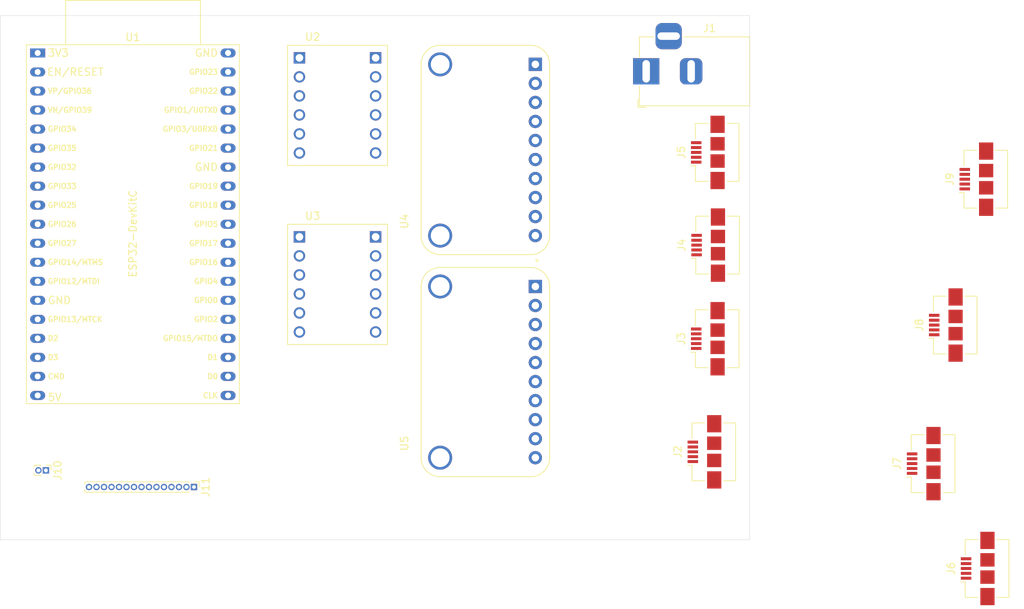
<source format=kicad_pcb>
(kicad_pcb (version 20240108) (generator "pcbnew") (generator_version "8.0")
  (layers (0 "F.Cu" signal) (31 "B.Cu" signal) (34 "B.Paste" user) (35 "F.Paste" user) (36 "B.SilkS" user "B.Silkscreen") (37 "F.SilkS" user "F.Silkscreen") (38 "B.Mask" user) (39 "F.Mask" user) (44 "Edge.Cuts" user))
  (net 0 "")
  (net 3 "/4")
  (net 4 "/GND")
  (net 6 "/9")
  (net 8 "/14")
  (net 12 "/10")
  (net 13 "/13")
  (net 14 "/1")
  (net 16 "/2")
  (net 19 "/6")
  (net 20 "/5")
  (net 22 "/11")
  (net 26 "/12")
  (net 27 "/3")
  (net 28 "/SETUP_MODE_BUTTON")
  (net 31 "/SDA")
  (net 32 "/7")
  (net 33 "/8")
  (net 34 "/SCL")
  (net 35 "/ADDR1_H")
  (net 37 "/5V")
  (net 38 "/3V3")
  (net 39 "/~{EN0}")
  (net 40 "/A0")
  (net 41 "/~{EN1}")
  (net 43 "/A1")
  (net 45 "/~{EN2}")
  (net 46 "/A2")
  (net 48 "/A3")
  (net 49 "/~{EN3}")
  (net 50 "/A4")
  (net 51 "/~{EN4}")
  (net 54 "/~{EN6}")
  (net 55 "/A6")
  (net 57 "/A5")
  (net 58 "/~{EN5}")
  (net 60 "/A7")
  (net 61 "/~{EN7}")
  (net 62 "/ALRT2_H")
  (net 63 "/ALRT1")
  (net 64 "/ALRT1_H")
  (net 65 "/ADDR2_H")
  (net 66 "/ADDR1")
  (net 67 "/ADDR2")
  (net 68 "/ALRT2")
  (net 71 "/SDA_H")
  (net 72 "/SCL_H")
  (net 75 "/15")
  (footprint "BOB-12009:CONV_BOB-12009" (layer "F.Cu") (at 70 60.9)
    (property "Reference" "U3" (at -3.325 -9.135 0) (layer "F.SilkS"))
    (property "Value" "BOB-12009")
    (fp_line (start -6.665 -8.025) (end 6.665 -8.025) (stroke (width 0.127)) (layer "F.SilkS"))
    (fp_line (start -6.665 8.025) (end -6.665 -8.025) (stroke (width 0.127)) (layer "F.SilkS"))
    (fp_line (start 6.665 -8.025) (end 6.665 8.025) (stroke (width 0.127)) (layer "F.SilkS"))
    (fp_line (start 6.665 8.025) (end -6.665 8.025) (stroke (width 0.127)) (layer "F.SilkS"))
    (pad "GND_1" thru_hole circle (at 5.08 1.27) (size 1.524 1.524) (drill 1.016) (layers "*.Cu" "*.Mask") (net 4 "/GND"))
    (pad "GND_2" thru_hole circle (at -5.08 1.27) (size 1.524 1.524) (drill 1.016) (layers "*.Cu" "*.Mask") (net 4 "/GND"))
    (pad "HV" thru_hole circle (at 5.08 -1.27) (size 1.524 1.524) (drill 1.016) (layers "*.Cu" "*.Mask") (net 37 "/5V"))
    (pad "HV1" thru_hole rect (at 5.08 -6.35) (size 1.524 1.524) (drill 1.016) (layers "*.Cu" "*.Mask") (net 71 "/SDA_H"))
    (pad "HV2" thru_hole circle (at 5.08 -3.81) (size 1.524 1.524) (drill 1.016) (layers "*.Cu" "*.Mask") (net 72 "/SCL_H"))
    (pad "HV3" thru_hole circle (at 5.08 3.81) (size 1.524 1.524) (drill 1.016) (layers "*.Cu" "*.Mask") (net 62 "/ALRT2_H"))
    (pad "HV4" thru_hole circle (at 5.08 6.35) (size 1.524 1.524) (drill 1.016) (layers "*.Cu" "*.Mask") (net 65 "/ADDR2_H"))
    (pad "LV" thru_hole circle (at -5.08 -1.27) (size 1.524 1.524) (drill 1.016) (layers "*.Cu" "*.Mask") (net 38 "/3V3"))
    (pad "LV1" thru_hole rect (at -5.08 -6.35) (size 1.524 1.524) (drill 1.016) (layers "*.Cu" "*.Mask") (net 31 "/SDA"))
    (pad "LV2" thru_hole circle (at -5.08 -3.81) (size 1.524 1.524) (drill 1.016) (layers "*.Cu" "*.Mask") (net 34 "/SCL"))
    (pad "LV3" thru_hole circle (at -5.08 3.81) (size 1.524 1.524) (drill 1.016) (layers "*.Cu" "*.Mask") (net 68 "/ALRT2"))
    (pad "LV4" thru_hole circle (at -5.08 6.35) (size 1.524 1.524) (drill 1.016) (layers "*.Cu" "*.Mask") (net 67 "/ADDR2"))
  )
  (footprint "Connector_USB:USB_Micro-B_Amphenol_10104110_Horizontal" (layer "F.Cu") (at 119.45 55.65 90)
    (property "Reference" "J4" (at 0 -3.55 90) (layer "F.SilkS"))
    (property "Value" "USB_B_Micro")
    (fp_line (start 3.86 -1.66) (end 1.8 -1.66) (stroke (width 0.12)) (layer "F.SilkS"))
    (fp_line (start -1.8 -1.66) (end -1.8 -2.25) (stroke (width 0.12)) (layer "F.SilkS"))
    (fp_line (start -3.86 -1.66) (end -1.8 -1.66) (stroke (width 0.12)) (layer "F.SilkS"))
    (fp_line (start 3.86 0.05) (end 3.86 -1.66) (stroke (width 0.12)) (layer "F.SilkS"))
    (fp_line (start -3.86 0.05) (end -3.86 -1.66) (stroke (width 0.12)) (layer "F.SilkS"))
    (fp_line (start 3.86 4.16) (end 3.86 2.55) (stroke (width 0.12)) (layer "F.SilkS"))
    (fp_line (start -3.86 4.16) (end -3.86 2.55) (stroke (width 0.12)) (layer "F.SilkS"))
    (fp_line (start -3.86 4.16) (end 3.86 4.16) (stroke (width 0.12)) (layer "F.SilkS"))
    (pad "1" smd rect (at -1.3 -1.55 90) (size 0.4 1.4) (layers "F.Cu" "F.Paste" "F.Mask") (net 38 "/3V3"))
    (pad "2" smd rect (at -0.65 -1.55 90) (size 0.4 1.4) (layers "F.Cu" "F.Paste" "F.Mask") (net 37 "/5V"))
    (pad "3" smd rect (at 0 -1.55 90) (size 0.4 1.4) (layers "F.Cu" "F.Paste" "F.Mask") (net 46 "/A2"))
    (pad "4" smd rect (at 0.65 -1.55 90) (size 0.4 1.4) (layers "F.Cu" "F.Paste" "F.Mask") (net 45 "/~{EN2}"))
    (pad "5" smd rect (at 1.3 -1.55 90) (size 0.4 1.4) (layers "F.Cu" "F.Paste" "F.Mask") (net 4 "/GND"))
    (pad "6" smd rect (at -3.75 1.3 90) (size 2.3 1.9) (layers "F.Cu" "F.Paste" "F.Mask"))
    (pad "6" smd rect (at -1.15 1.3 90) (size 1.8 1.9) (layers "F.Cu" "F.Paste" "F.Mask"))
    (pad "6" smd rect (at 1.15 1.3 90) (size 1.8 1.9) (layers "F.Cu" "F.Paste" "F.Mask"))
    (pad "6" smd rect (at 3.75 1.3 90) (size 2.3 1.9) (layers "F.Cu" "F.Paste" "F.Mask"))
  )
  (footprint "Connector_USB:USB_Micro-B_Amphenol_10104110_Horizontal" (layer "F.Cu") (at 151.15 66.325 90)
    (property "Reference" "J8" (at 0 -3.55 90) (layer "F.SilkS"))
    (property "Value" "USB_B_Micro")
    (fp_line (start 3.86 -1.66) (end 1.8 -1.66) (stroke (width 0.12)) (layer "F.SilkS"))
    (fp_line (start -1.8 -1.66) (end -1.8 -2.25) (stroke (width 0.12)) (layer "F.SilkS"))
    (fp_line (start -3.86 -1.66) (end -1.8 -1.66) (stroke (width 0.12)) (layer "F.SilkS"))
    (fp_line (start 3.86 0.05) (end 3.86 -1.66) (stroke (width 0.12)) (layer "F.SilkS"))
    (fp_line (start -3.86 0.05) (end -3.86 -1.66) (stroke (width 0.12)) (layer "F.SilkS"))
    (fp_line (start 3.86 4.16) (end 3.86 2.55) (stroke (width 0.12)) (layer "F.SilkS"))
    (fp_line (start -3.86 4.16) (end -3.86 2.55) (stroke (width 0.12)) (layer "F.SilkS"))
    (fp_line (start -3.86 4.16) (end 3.86 4.16) (stroke (width 0.12)) (layer "F.SilkS"))
    (pad "1" smd rect (at -1.3 -1.55 90) (size 0.4 1.4) (layers "F.Cu" "F.Paste" "F.Mask") (net 38 "/3V3"))
    (pad "2" smd rect (at -0.65 -1.55 90) (size 0.4 1.4) (layers "F.Cu" "F.Paste" "F.Mask") (net 37 "/5V"))
    (pad "3" smd rect (at 0 -1.55 90) (size 0.4 1.4) (layers "F.Cu" "F.Paste" "F.Mask") (net 55 "/A6"))
    (pad "4" smd rect (at 0.65 -1.55 90) (size 0.4 1.4) (layers "F.Cu" "F.Paste" "F.Mask") (net 54 "/~{EN6}"))
    (pad "5" smd rect (at 1.3 -1.55 90) (size 0.4 1.4) (layers "F.Cu" "F.Paste" "F.Mask") (net 4 "/GND"))
    (pad "6" smd rect (at -3.75 1.3 90) (size 2.3 1.9) (layers "F.Cu" "F.Paste" "F.Mask"))
    (pad "6" smd rect (at -1.15 1.3 90) (size 1.8 1.9) (layers "F.Cu" "F.Paste" "F.Mask"))
    (pad "6" smd rect (at 1.15 1.3 90) (size 1.8 1.9) (layers "F.Cu" "F.Paste" "F.Mask"))
    (pad "6" smd rect (at 3.75 1.3 90) (size 2.3 1.9) (layers "F.Cu" "F.Paste" "F.Mask"))
  )
  (footprint "Connector_USB:USB_Micro-B_Amphenol_10104110_Horizontal" (layer "F.Cu") (at 155.225 46.85 90)
    (property "Reference" "J9" (at 0 -3.55 90) (layer "F.SilkS"))
    (property "Value" "USB_B_Micro")
    (fp_line (start 3.86 -1.66) (end 1.8 -1.66) (stroke (width 0.12)) (layer "F.SilkS"))
    (fp_line (start -1.8 -1.66) (end -1.8 -2.25) (stroke (width 0.12)) (layer "F.SilkS"))
    (fp_line (start -3.86 -1.66) (end -1.8 -1.66) (stroke (width 0.12)) (layer "F.SilkS"))
    (fp_line (start 3.86 0.05) (end 3.86 -1.66) (stroke (width 0.12)) (layer "F.SilkS"))
    (fp_line (start -3.86 0.05) (end -3.86 -1.66) (stroke (width 0.12)) (layer "F.SilkS"))
    (fp_line (start 3.86 4.16) (end 3.86 2.55) (stroke (width 0.12)) (layer "F.SilkS"))
    (fp_line (start -3.86 4.16) (end -3.86 2.55) (stroke (width 0.12)) (layer "F.SilkS"))
    (fp_line (start -3.86 4.16) (end 3.86 4.16) (stroke (width 0.12)) (layer "F.SilkS"))
    (pad "1" smd rect (at -1.3 -1.55 90) (size 0.4 1.4) (layers "F.Cu" "F.Paste" "F.Mask") (net 38 "/3V3"))
    (pad "2" smd rect (at -0.65 -1.55 90) (size 0.4 1.4) (layers "F.Cu" "F.Paste" "F.Mask") (net 37 "/5V"))
    (pad "3" smd rect (at 0 -1.55 90) (size 0.4 1.4) (layers "F.Cu" "F.Paste" "F.Mask") (net 60 "/A7"))
    (pad "4" smd rect (at 0.65 -1.55 90) (size 0.4 1.4) (layers "F.Cu" "F.Paste" "F.Mask") (net 61 "/~{EN7}"))
    (pad "5" smd rect (at 1.3 -1.55 90) (size 0.4 1.4) (layers "F.Cu" "F.Paste" "F.Mask") (net 4 "/GND"))
    (pad "6" smd rect (at -3.75 1.3 90) (size 2.3 1.9) (layers "F.Cu" "F.Paste" "F.Mask"))
    (pad "6" smd rect (at -1.15 1.3 90) (size 1.8 1.9) (layers "F.Cu" "F.Paste" "F.Mask"))
    (pad "6" smd rect (at 1.15 1.3 90) (size 1.8 1.9) (layers "F.Cu" "F.Paste" "F.Mask"))
    (pad "6" smd rect (at 3.75 1.3 90) (size 2.3 1.9) (layers "F.Cu" "F.Paste" "F.Mask"))
  )
  (footprint "Connector_USB:USB_Micro-B_Amphenol_10104110_Horizontal" (layer "F.Cu") (at 118.95 83.25 90)
    (property "Reference" "J2" (at 0 -3.55 90) (layer "F.SilkS"))
    (property "Value" "USB_B_Micro")
    (fp_line (start 3.86 -1.66) (end 1.8 -1.66) (stroke (width 0.12)) (layer "F.SilkS"))
    (fp_line (start -1.8 -1.66) (end -1.8 -2.25) (stroke (width 0.12)) (layer "F.SilkS"))
    (fp_line (start -3.86 -1.66) (end -1.8 -1.66) (stroke (width 0.12)) (layer "F.SilkS"))
    (fp_line (start 3.86 0.05) (end 3.86 -1.66) (stroke (width 0.12)) (layer "F.SilkS"))
    (fp_line (start -3.86 0.05) (end -3.86 -1.66) (stroke (width 0.12)) (layer "F.SilkS"))
    (fp_line (start 3.86 4.16) (end 3.86 2.55) (stroke (width 0.12)) (layer "F.SilkS"))
    (fp_line (start -3.86 4.16) (end -3.86 2.55) (stroke (width 0.12)) (layer "F.SilkS"))
    (fp_line (start -3.86 4.16) (end 3.86 4.16) (stroke (width 0.12)) (layer "F.SilkS"))
    (pad "1" smd rect (at -1.3 -1.55 90) (size 0.4 1.4) (layers "F.Cu" "F.Paste" "F.Mask") (net 38 "/3V3"))
    (pad "2" smd rect (at -0.65 -1.55 90) (size 0.4 1.4) (layers "F.Cu" "F.Paste" "F.Mask") (net 37 "/5V"))
    (pad "3" smd rect (at 0 -1.55 90) (size 0.4 1.4) (layers "F.Cu" "F.Paste" "F.Mask") (net 40 "/A0"))
    (pad "4" smd rect (at 0.65 -1.55 90) (size 0.4 1.4) (layers "F.Cu" "F.Paste" "F.Mask") (net 39 "/~{EN0}"))
    (pad "5" smd rect (at 1.3 -1.55 90) (size 0.4 1.4) (layers "F.Cu" "F.Paste" "F.Mask") (net 4 "/GND"))
    (pad "6" smd rect (at -3.75 1.3 90) (size 2.3 1.9) (layers "F.Cu" "F.Paste" "F.Mask"))
    (pad "6" smd rect (at -1.15 1.3 90) (size 1.8 1.9) (layers "F.Cu" "F.Paste" "F.Mask"))
    (pad "6" smd rect (at 1.15 1.3 90) (size 1.8 1.9) (layers "F.Cu" "F.Paste" "F.Mask"))
    (pad "6" smd rect (at 3.75 1.3 90) (size 2.3 1.9) (layers "F.Cu" "F.Paste" "F.Mask"))
  )
  (footprint "Connector_USB:USB_Micro-B_Amphenol_10104110_Horizontal" (layer "F.Cu") (at 155.4 98.825 90)
    (property "Reference" "J6" (at 0 -3.55 90) (layer "F.SilkS"))
    (property "Value" "USB_B_Micro")
    (fp_line (start 3.86 -1.66) (end 1.8 -1.66) (stroke (width 0.12)) (layer "F.SilkS"))
    (fp_line (start -1.8 -1.66) (end -1.8 -2.25) (stroke (width 0.12)) (layer "F.SilkS"))
    (fp_line (start -3.86 -1.66) (end -1.8 -1.66) (stroke (width 0.12)) (layer "F.SilkS"))
    (fp_line (start 3.86 0.05) (end 3.86 -1.66) (stroke (width 0.12)) (layer "F.SilkS"))
    (fp_line (start -3.86 0.05) (end -3.86 -1.66) (stroke (width 0.12)) (layer "F.SilkS"))
    (fp_line (start 3.86 4.16) (end 3.86 2.55) (stroke (width 0.12)) (layer "F.SilkS"))
    (fp_line (start -3.86 4.16) (end -3.86 2.55) (stroke (width 0.12)) (layer "F.SilkS"))
    (fp_line (start -3.86 4.16) (end 3.86 4.16) (stroke (width 0.12)) (layer "F.SilkS"))
    (pad "1" smd rect (at -1.3 -1.55 90) (size 0.4 1.4) (layers "F.Cu" "F.Paste" "F.Mask") (net 38 "/3V3"))
    (pad "2" smd rect (at -0.65 -1.55 90) (size 0.4 1.4) (layers "F.Cu" "F.Paste" "F.Mask") (net 37 "/5V"))
    (pad "3" smd rect (at 0 -1.55 90) (size 0.4 1.4) (layers "F.Cu" "F.Paste" "F.Mask") (net 50 "/A4"))
    (pad "4" smd rect (at 0.65 -1.55 90) (size 0.4 1.4) (layers "F.Cu" "F.Paste" "F.Mask") (net 51 "/~{EN4}"))
    (pad "5" smd rect (at 1.3 -1.55 90) (size 0.4 1.4) (layers "F.Cu" "F.Paste" "F.Mask") (net 4 "/GND"))
    (pad "6" smd rect (at -3.75 1.3 90) (size 2.3 1.9) (layers "F.Cu" "F.Paste" "F.Mask"))
    (pad "6" smd rect (at -1.15 1.3 90) (size 1.8 1.9) (layers "F.Cu" "F.Paste" "F.Mask"))
    (pad "6" smd rect (at 1.15 1.3 90) (size 1.8 1.9) (layers "F.Cu" "F.Paste" "F.Mask"))
    (pad "6" smd rect (at 3.75 1.3 90) (size 2.3 1.9) (layers "F.Cu" "F.Paste" "F.Mask"))
  )
  (footprint "PCM_Espressif:ESP32-DevKitC" (layer "F.Cu") (at 30 30)
    (property "Reference" "U1" (at 12.7 -2.1 0) (layer "F.SilkS"))
    (property "Value" "ESP32-DevKitC" (at 12.7 24.13 90) (layer "F.SilkS"))
    (fp_line (start -1.5 46.82) (end 26.899999 46.82) (stroke (width 0.12)) (layer "F.SilkS"))
    (fp_line (start -1.499999 -1.1) (end -1.5 46.82) (stroke (width 0.12)) (layer "F.SilkS"))
    (fp_line (start 3.73012 -7.01312) (end 21.71332 -7.01312) (stroke (width 0.12)) (layer "F.SilkS"))
    (fp_line (start 3.73012 -1.12032) (end 3.73012 -7.01312) (stroke (width 0.12)) (layer "F.SilkS"))
    (fp_line (start 21.71332 -7.01312) (end 21.71332 -1.12032) (stroke (width 0.12)) (layer "F.SilkS"))
    (fp_line (start 26.899999 46.82) (end 26.9 -1.1) (stroke (width 0.12)) (layer "F.SilkS"))
    (fp_line (start 26.9 -1.1) (end -1.499999 -1.1) (stroke (width 0.12)) (layer "F.SilkS"))
    (fp_text user "D1" (at 24.13 40.64 0) (layer "F.SilkS") (effects (font (size 0.7 0.7)) (justify right)))
    (fp_text user "EN/RESET" (at 8.88632 2.53728 0) (layer "F.SilkS") (effects (justify right)))
    (fp_text user "GPIO18" (at 24.13 20.32 0) (layer "F.SilkS") (effects (font (size 0.7 0.7)) (justify right)))
    (fp_text user "GND" (at 1.27 33.02 0) (layer "F.SilkS") (effects (justify left)))
    (fp_text user "GPIO5" (at 24.13 22.86 0) (layer "F.SilkS") (effects (font (size 0.7 0.7)) (justify right)))
    (fp_text user "GPIO26" (at 1.27 22.86 0) (layer "F.SilkS") (effects (font (size 0.7 0.7)) (justify left)))
    (fp_text user "VN/GPIO39" (at 1.27 7.62 0) (layer "F.SilkS") (effects (font (size 0.7 0.7)) (justify left)))
    (fp_text user "GPIO27" (at 1.27 25.4 0) (layer "F.SilkS") (effects (font (size 0.7 0.7)) (justify left)))
    (fp_text user "VP/GPIO36" (at 1.27 5.08 0) (layer "F.SilkS") (effects (font (size 0.7 0.7)) (justify left)))
    (fp_text user "GPIO0" (at 24.13 33.02 0) (layer "F.SilkS") (effects (font (size 0.7 0.7)) (justify right)))
    (fp_text user "GPIO25" (at 1.27 20.32 0) (layer "F.SilkS") (effects (font (size 0.7 0.7)) (justify left)))
    (fp_text user "GPIO22" (at 24.13 5.08 0) (layer "F.SilkS") (effects (font (size 0.7 0.7)) (justify right)))
    (fp_text user "GPIO1/U0TXD" (at 24.13 7.62 0) (layer "F.SilkS") (effects (font (size 0.7 0.7)) (justify right)))
    (fp_text user "GPIO14/MTMS" (at 1.27 27.94 0) (layer "F.SilkS") (effects (font (size 0.7 0.7)) (justify left)))
    (fp_text user "3V3" (at 1.27 0 0) (layer "F.SilkS") (effects (justify left)))
    (fp_text user "GND" (at 24.13 15.24 0) (layer "F.SilkS") (effects (justify right)))
    (fp_text user "GPIO35" (at 1.27 12.7 0) (layer "F.SilkS") (effects (font (size 0.7 0.7)) (justify left)))
    (fp_text user "GPIO2" (at 24.13 35.56 0) (layer "F.SilkS") (effects (font (size 0.7 0.7)) (justify right)))
    (fp_text user "5V" (at 1.26632 45.97128 0) (layer "F.SilkS") (effects (justify left)))
    (fp_text user "GPIO21" (at 24.13 12.7 0) (layer "F.SilkS") (effects (font (size 0.7 0.7)) (justify right)))
    (fp_text user "GPIO3/U0RXD" (at 24.13 10.16 0) (layer "F.SilkS") (effects (font (size 0.7 0.7)) (justify right)))
    (fp_text user "GPIO12/MTDI" (at 1.27 30.48 0) (layer "F.SilkS") (effects (font (size 0.7 0.7)) (justify left)))
    (fp_text user "GND" (at 24.13 0 0) (layer "F.SilkS") (effects (justify right)))
    (fp_text user "GPIO32" (at 1.27 15.24 0) (layer "F.SilkS") (effects (font (size 0.7 0.7)) (justify left)))
    (fp_text user "CMD" (at 1.27 43.18 0) (layer "F.SilkS") (effects (font (size 0.7 0.7)) (justify left)))
    (fp_text user "D2" (at 1.27 38.1 0) (layer "F.SilkS") (effects (font (size 0.7 0.7)) (justify left)))
    (fp_text user "GPIO34" (at 1.27 10.16 0) (layer "F.SilkS") (effects (font (size 0.7 0.7)) (justify left)))
    (fp_text user "GPIO19" (at 24.13 17.78 0) (layer "F.SilkS") (effects (font (size 0.7 0.7)) (justify right)))
    (fp_text user "GPIO16" (at 24.13 27.94 0) (layer "F.SilkS") (effects (font (size 0.7 0.7)) (justify right)))
    (fp_text user "CLK" (at 24.13 45.72 0) (layer "F.SilkS") (effects (font (size 0.7 0.7)) (justify right)))
    (fp_text user "D0" (at 24.13 43.18 0) (layer "F.SilkS") (effects (font (size 0.7 0.7)) (justify right)))
    (fp_text user "D3" (at 1.27 40.64 0) (layer "F.SilkS") (effects (font (size 0.7 0.7)) (justify left)))
    (fp_text user "GPIO17" (at 24.13 25.4 0) (layer "F.SilkS") (effects (font (size 0.7 0.7)) (justify right)))
    (fp_text user "GPIO15/MTDO" (at 24.13 38.1 0) (layer "F.SilkS") (effects (font (size 0.7 0.7)) (justify right)))
    (fp_text user "GPIO33" (at 1.27 17.78 0) (layer "F.SilkS") (effects (font (size 0.7 0.7)) (justify left)))
    (fp_text user "GPIO13/MTCK" (at 1.27 35.56 0) (layer "F.SilkS") (effects (font (size 0.7 0.7)) (justify left)))
    (fp_text user "GPIO23" (at 24.13 2.54 0) (layer "F.SilkS") (effects (font (size 0.7 0.7)) (justify right)))
    (fp_text user "GPIO4" (at 24.13 30.48 0) (layer "F.SilkS") (effects (font (size 0.7 0.7)) (justify right)))
    (pad "1" thru_hole rect (at 0 0 270) (size 1.2 2) (drill 0.8) (layers "*.Cu" "*.Mask") (net 38 "/3V3"))
    (pad "2" thru_hole oval (at 0 2.54 270) (size 1.2 2) (drill 0.8) (layers "*.Cu" "*.Mask"))
    (pad "3" thru_hole oval (at 0 5.08 270) (size 1.2 2) (drill 0.8) (layers "*.Cu" "*.Mask"))
    (pad "4" thru_hole oval (at 0 7.62 270) (size 1.2 2) (drill 0.8) (layers "*.Cu" "*.Mask"))
    (pad "5" thru_hole oval (at 0 10.16 270) (size 1.2 2) (drill 0.8) (layers "*.Cu" "*.Mask"))
    (pad "6" thru_hole oval (at 0 12.7 270) (size 1.2 2) (drill 0.8) (layers "*.Cu" "*.Mask"))
    (pad "7" thru_hole oval (at 0 15.24 270) (size 1.2 2) (drill 0.8) (layers "*.Cu" "*.Mask") (net 14 "/1"))
    (pad "8" thru_hole oval (at 0 17.78 270) (size 1.2 2) (drill 0.8) (layers "*.Cu" "*.Mask") (net 16 "/2"))
    (pad "9" thru_hole oval (at 0 20.32 270) (size 1.2 2) (drill 0.8) (layers "*.Cu" "*.Mask") (net 22 "/11"))
    (pad "10" thru_hole oval (at 0 22.86 270) (size 1.2 2) (drill 0.8) (layers "*.Cu" "*.Mask") (net 26 "/12"))
    (pad "11" thru_hole oval (at 0 25.4 270) (size 1.2 2) (drill 0.8) (layers "*.Cu" "*.Mask") (net 13 "/13"))
    (pad "12" thru_hole oval (at 0 27.94 270) (size 1.2 2) (drill 0.8) (layers "*.Cu" "*.Mask") (net 20 "/5"))
    (pad "13" thru_hole oval (at 0 30.48 270) (size 1.2 2) (drill 0.8) (layers "*.Cu" "*.Mask") (net 27 "/3"))
    (pad "14" thru_hole oval (at 0 33.02 270) (size 1.2 2) (drill 0.8) (layers "*.Cu" "*.Mask") (net 4 "/GND"))
    (pad "15" thru_hole oval (at 0 35.56 270) (size 1.2 2) (drill 0.8) (layers "*.Cu" "*.Mask") (net 3 "/4"))
    (pad "16" thru_hole oval (at 0 38.1 270) (size 1.2 2) (drill 0.8) (layers "*.Cu" "*.Mask"))
    (pad "17" thru_hole oval (at 0 40.64 270) (size 1.2 2) (drill 0.8) (layers "*.Cu" "*.Mask"))
    (pad "18" thru_hole oval (at 0 43.18 270) (size 1.2 2) (drill 0.8) (layers "*.Cu" "*.Mask"))
    (pad "19" thru_hole oval (at 0 45.72 270) (size 1.2 2) (drill 0.8) (layers "*.Cu" "*.Mask") (net 37 "/5V"))
    (pad "20" thru_hole oval (at 25.39632 45.71728 270) (size 1.2 2) (drill 0.8) (layers "*.Cu" "*.Mask"))
    (pad "21" thru_hole oval (at 25.39632 43.17728 270) (size 1.2 2) (drill 0.8) (layers "*.Cu" "*.Mask"))
    (pad "22" thru_hole oval (at 25.4 40.64 270) (size 1.2 2) (drill 0.8) (layers "*.Cu" "*.Mask"))
    (pad "23" thru_hole oval (at 25.4 38.1 270) (size 1.2 2) (drill 0.8) (layers "*.Cu" "*.Mask"))
    (pad "24" thru_hole oval (at 25.4 35.56 270) (size 1.2 2) (drill 0.8) (layers "*.Cu" "*.Mask"))
    (pad "25" thru_hole oval (at 25.4 33.02 270) (size 1.2 2) (drill 0.8) (layers "*.Cu" "*.Mask"))
    (pad "26" thru_hole oval (at 25.4 30.48 270) (size 1.2 2) (drill 0.8) (layers "*.Cu" "*.Mask") (net 19 "/6"))
    (pad "27" thru_hole oval (at 25.4 27.94 270) (size 1.2 2) (drill 0.8) (layers "*.Cu" "*.Mask") (net 8 "/14"))
    (pad "28" thru_hole oval (at 25.4 25.4 270) (size 1.2 2) (drill 0.8) (layers "*.Cu" "*.Mask") (net 75 "/15"))
    (pad "29" thru_hole oval (at 25.4 22.86 270) (size 1.2 2) (drill 0.8) (layers "*.Cu" "*.Mask") (net 32 "/7"))
    (pad "30" thru_hole oval (at 25.4 20.32 270) (size 1.2 2) (drill 0.8) (layers "*.Cu" "*.Mask") (net 33 "/8"))
    (pad "31" thru_hole oval (at 25.4 17.78 270) (size 1.2 2) (drill 0.8) (layers "*.Cu" "*.Mask") (net 6 "/9"))
    (pad "32" thru_hole oval (at 25.4 15.24 270) (size 1.2 2) (drill 0.8) (layers "*.Cu" "*.Mask") (net 4 "/GND"))
    (pad "33" thru_hole oval (at 25.4 12.7 270) (size 1.2 2) (drill 0.8) (layers "*.Cu" "*.Mask") (net 34 "/SCL"))
    (pad "34" thru_hole oval (at 25.4 10.16 270) (size 1.2 2) (drill 0.8) (layers "*.Cu" "*.Mask"))
    (pad "35" thru_hole oval (at 25.4 7.62 270) (size 1.2 2) (drill 0.8) (layers "*.Cu" "*.Mask"))
    (pad "36" thru_hole oval (at 25.4 5.08 270) (size 1.2 2) (drill 0.8) (layers "*.Cu" "*.Mask") (net 31 "/SDA"))
    (pad "37" thru_hole oval (at 25.4 2.54 270) (size 1.2 2) (drill 0.8) (layers "*.Cu" "*.Mask") (net 12 "/10"))
    (pad "38" thru_hole oval (at 25.4 0 270) (size 1.2 2) (drill 0.8) (layers "*.Cu" "*.Mask") (net 4 "/GND"))
  )
  (footprint "Connector_USB:USB_Micro-B_Amphenol_10104110_Horizontal" (layer "F.Cu") (at 119.4 68.15 90)
    (property "Reference" "J3" (at 0 -3.55 90) (layer "F.SilkS"))
    (property "Value" "USB_B_Micro")
    (fp_line (start 3.86 -1.66) (end 1.8 -1.66) (stroke (width 0.12)) (layer "F.SilkS"))
    (fp_line (start -1.8 -1.66) (end -1.8 -2.25) (stroke (width 0.12)) (layer "F.SilkS"))
    (fp_line (start -3.86 -1.66) (end -1.8 -1.66) (stroke (width 0.12)) (layer "F.SilkS"))
    (fp_line (start 3.86 0.05) (end 3.86 -1.66) (stroke (width 0.12)) (layer "F.SilkS"))
    (fp_line (start -3.86 0.05) (end -3.86 -1.66) (stroke (width 0.12)) (layer "F.SilkS"))
    (fp_line (start 3.86 4.16) (end 3.86 2.55) (stroke (width 0.12)) (layer "F.SilkS"))
    (fp_line (start -3.86 4.16) (end -3.86 2.55) (stroke (width 0.12)) (layer "F.SilkS"))
    (fp_line (start -3.86 4.16) (end 3.86 4.16) (stroke (width 0.12)) (layer "F.SilkS"))
    (pad "1" smd rect (at -1.3 -1.55 90) (size 0.4 1.4) (layers "F.Cu" "F.Paste" "F.Mask") (net 38 "/3V3"))
    (pad "2" smd rect (at -0.65 -1.55 90) (size 0.4 1.4) (layers "F.Cu" "F.Paste" "F.Mask") (net 37 "/5V"))
    (pad "3" smd rect (at 0 -1.55 90) (size 0.4 1.4) (layers "F.Cu" "F.Paste" "F.Mask") (net 43 "/A1"))
    (pad "4" smd rect (at 0.65 -1.55 90) (size 0.4 1.4) (layers "F.Cu" "F.Paste" "F.Mask") (net 41 "/~{EN1}"))
    (pad "5" smd rect (at 1.3 -1.55 90) (size 0.4 1.4) (layers "F.Cu" "F.Paste" "F.Mask") (net 4 "/GND"))
    (pad "6" smd rect (at -3.75 1.3 90) (size 2.3 1.9) (layers "F.Cu" "F.Paste" "F.Mask"))
    (pad "6" smd rect (at -1.15 1.3 90) (size 1.8 1.9) (layers "F.Cu" "F.Paste" "F.Mask"))
    (pad "6" smd rect (at 1.15 1.3 90) (size 1.8 1.9) (layers "F.Cu" "F.Paste" "F.Mask"))
    (pad "6" smd rect (at 3.75 1.3 90) (size 2.3 1.9) (layers "F.Cu" "F.Paste" "F.Mask"))
  )
  (footprint "Connector_USB:USB_Micro-B_Amphenol_10104110_Horizontal" (layer "F.Cu") (at 148.2 84.825 90)
    (property "Reference" "J7" (at 0 -3.55 90) (layer "F.SilkS"))
    (property "Value" "USB_B_Micro")
    (fp_line (start 3.86 -1.66) (end 1.8 -1.66) (stroke (width 0.12)) (layer "F.SilkS"))
    (fp_line (start -1.8 -1.66) (end -1.8 -2.25) (stroke (width 0.12)) (layer "F.SilkS"))
    (fp_line (start -3.86 -1.66) (end -1.8 -1.66) (stroke (width 0.12)) (layer "F.SilkS"))
    (fp_line (start 3.86 0.05) (end 3.86 -1.66) (stroke (width 0.12)) (layer "F.SilkS"))
    (fp_line (start -3.86 0.05) (end -3.86 -1.66) (stroke (width 0.12)) (layer "F.SilkS"))
    (fp_line (start 3.86 4.16) (end 3.86 2.55) (stroke (width 0.12)) (layer "F.SilkS"))
    (fp_line (start -3.86 4.16) (end -3.86 2.55) (stroke (width 0.12)) (layer "F.SilkS"))
    (fp_line (start -3.86 4.16) (end 3.86 4.16) (stroke (width 0.12)) (layer "F.SilkS"))
    (pad "1" smd rect (at -1.3 -1.55 90) (size 0.4 1.4) (layers "F.Cu" "F.Paste" "F.Mask") (net 38 "/3V3"))
    (pad "2" smd rect (at -0.65 -1.55 90) (size 0.4 1.4) (layers "F.Cu" "F.Paste" "F.Mask") (net 37 "/5V"))
    (pad "3" smd rect (at 0 -1.55 90) (size 0.4 1.4) (layers "F.Cu" "F.Paste" "F.Mask") (net 57 "/A5"))
    (pad "4" smd rect (at 0.65 -1.55 90) (size 0.4 1.4) (layers "F.Cu" "F.Paste" "F.Mask") (net 58 "/~{EN5}"))
    (pad "5" smd rect (at 1.3 -1.55 90) (size 0.4 1.4) (layers "F.Cu" "F.Paste" "F.Mask") (net 4 "/GND"))
    (pad "6" smd rect (at -3.75 1.3 90) (size 2.3 1.9) (layers "F.Cu" "F.Paste" "F.Mask"))
    (pad "6" smd rect (at -1.15 1.3 90) (size 1.8 1.9) (layers "F.Cu" "F.Paste" "F.Mask"))
    (pad "6" smd rect (at 1.15 1.3 90) (size 1.8 1.9) (layers "F.Cu" "F.Paste" "F.Mask"))
    (pad "6" smd rect (at 3.75 1.3 90) (size 2.3 1.9) (layers "F.Cu" "F.Paste" "F.Mask"))
  )
  (footprint "Connector_BarrelJack:BarrelJack_Horizontal" (layer "F.Cu") (at 111.175 32.45 180)
    (property "Reference" "J1" (at -8.45 5.75 360) (layer "F.SilkS"))
    (property "Value" "Barrel_Jack")
    (fp_line (start 1.1 -3.75) (end 1.1 -4.8) (stroke (width 0.12)) (layer "F.SilkS"))
    (fp_line (start 0.9 4.6) (end -1 4.6) (stroke (width 0.12)) (layer "F.SilkS"))
    (fp_line (start 0.9 1.9) (end 0.9 4.6) (stroke (width 0.12)) (layer "F.SilkS"))
    (fp_line (start 0.9 -4.6) (end 0.9 -2) (stroke (width 0.12)) (layer "F.SilkS"))
    (fp_line (start 0.05 -4.8) (end 1.1 -4.8) (stroke (width 0.12)) (layer "F.SilkS"))
    (fp_line (start -5 4.6) (end -13.8 4.6) (stroke (width 0.12)) (layer "F.SilkS"))
    (fp_line (start -13.8 4.6) (end -13.8 -4.6) (stroke (width 0.12)) (layer "F.SilkS"))
    (fp_line (start -13.8 -4.6) (end 0.9 -4.6) (stroke (width 0.12)) (layer "F.SilkS"))
    (pad "1" thru_hole rect (at 0 0 180) (size 3.5 3.5) (drill oval 1 3) (layers "*.Cu" "*.Mask") (net 37 "/5V"))
    (pad "2" thru_hole roundrect (at -6 0 180) (size 3 3.5) (drill oval 1 3) (layers "*.Cu" "*.Mask") (net 4 "/GND"))
    (pad "3" thru_hole roundrect (at -3 4.7 180) (size 3.5 3.5) (drill oval 3 1) (layers "*.Cu" "*.Mask"))
  )
  (footprint "Connector_PinHeader_1.00mm:PinHeader_1x02_P1.00mm_Vertical" (layer "F.Cu") (at 31.1 85.725 -90)
    (property "Reference" "J10" (at 0 -1.56 90) (layer "F.SilkS"))
    (property "Value" "Conn_01x02_MountingPin")
    (fp_line (start -0.695 1.56) (end -0.394493 1.56) (stroke (width 0.12)) (layer "F.SilkS"))
    (fp_line (start 0.394493 1.56) (end 0.695 1.56) (stroke (width 0.12)) (layer "F.SilkS"))
    (fp_line (start -0.695 0.685) (end -0.695 1.56) (stroke (width 0.12)) (layer "F.SilkS"))
    (fp_line (start -0.695 0.685) (end -0.608276 0.685) (stroke (width 0.12)) (layer "F.SilkS"))
    (fp_line (start 0.608276 0.685) (end 0.695 0.685) (stroke (width 0.12)) (layer "F.SilkS"))
    (fp_line (start 0.695 0.685) (end 0.695 1.56) (stroke (width 0.12)) (layer "F.SilkS"))
    (fp_line (start -0.695 0) (end -0.695 -0.685) (stroke (width 0.12)) (layer "F.SilkS"))
    (fp_line (start -0.695 -0.685) (end 0 -0.685) (stroke (width 0.12)) (layer "F.SilkS"))
    (pad "1" thru_hole rect (at 0 0 270) (size 0.85 0.85) (drill 0.5) (layers "*.Cu" "*.Mask") (net 28 "/SETUP_MODE_BUTTON"))
    (pad "2" thru_hole oval (at 0 1 270) (size 0.85 0.85) (drill 0.5) (layers "*.Cu" "*.Mask") (net 4 "/GND"))
  )
  (footprint "BOB-12009:CONV_BOB-12009" (layer "F.Cu") (at 70 37)
    (property "Reference" "U2" (at -3.325 -9.135 0) (layer "F.SilkS"))
    (property "Value" "BOB-12009")
    (fp_line (start -6.665 -8.025) (end 6.665 -8.025) (stroke (width 0.127)) (layer "F.SilkS"))
    (fp_line (start -6.665 8.025) (end -6.665 -8.025) (stroke (width 0.127)) (layer "F.SilkS"))
    (fp_line (start 6.665 -8.025) (end 6.665 8.025) (stroke (width 0.127)) (layer "F.SilkS"))
    (fp_line (start 6.665 8.025) (end -6.665 8.025) (stroke (width 0.127)) (layer "F.SilkS"))
    (pad "GND_1" thru_hole circle (at 5.08 1.27) (size 1.524 1.524) (drill 1.016) (layers "*.Cu" "*.Mask") (net 4 "/GND"))
    (pad "GND_2" thru_hole circle (at -5.08 1.27) (size 1.524 1.524) (drill 1.016) (layers "*.Cu" "*.Mask") (net 4 "/GND"))
    (pad "HV" thru_hole circle (at 5.08 -1.27) (size 1.524 1.524) (drill 1.016) (layers "*.Cu" "*.Mask") (net 37 "/5V"))
    (pad "HV1" thru_hole rect (at 5.08 -6.35) (size 1.524 1.524) (drill 1.016) (layers "*.Cu" "*.Mask") (net 64 "/ALRT1_H"))
    (pad "HV2" thru_hole circle (at 5.08 -3.81) (size 1.524 1.524) (drill 1.016) (layers "*.Cu" "*.Mask") (net 35 "/ADDR1_H"))
    (pad "HV3" thru_hole circle (at 5.08 3.81) (size 1.524 1.524) (drill 1.016) (layers "*.Cu" "*.Mask"))
    (pad "HV4" thru_hole circle (at 5.08 6.35) (size 1.524 1.524) (drill 1.016) (layers "*.Cu" "*.Mask"))
    (pad "LV" thru_hole circle (at -5.08 -1.27) (size 1.524 1.524) (drill 1.016) (layers "*.Cu" "*.Mask") (net 38 "/3V3"))
    (pad "LV1" thru_hole rect (at -5.08 -6.35) (size 1.524 1.524) (drill 1.016) (layers "*.Cu" "*.Mask") (net 63 "/ALRT1"))
    (pad "LV2" thru_hole circle (at -5.08 -3.81) (size 1.524 1.524) (drill 1.016) (layers "*.Cu" "*.Mask") (net 66 "/ADDR1"))
    (pad "LV3" thru_hole circle (at -5.08 3.81) (size 1.524 1.524) (drill 1.016) (layers "*.Cu" "*.Mask"))
    (pad "LV4" thru_hole circle (at -5.08 6.35) (size 1.524 1.524) (drill 1.016) (layers "*.Cu" "*.Mask"))
  )
  (footprint "ZC261500:MODULE_ZC261500" (layer "F.Cu") (at 89.725 72.6035 90)
    (property "Reference" "U5" (at -9.525 -10.795 90) (layer "F.SilkS"))
    (property "Value" "ZC261500")
    (fp_line (start -11.43 -8.5725) (end 11.43 -8.5725) (stroke (width 0.127)) (layer "F.SilkS"))
    (fp_line (start 13.97 -6.0325) (end 13.97 6.0325) (stroke (width 0.127)) (layer "F.SilkS"))
    (fp_line (start -13.97 6.0325) (end -13.97 -6.0325) (stroke (width 0.127)) (layer "F.SilkS"))
    (fp_line (start 11.43 8.5725) (end -11.43 8.5725) (stroke (width 0.127)) (layer "F.SilkS"))
    (fp_arc (start 11.43 -8.5725) (mid 13.226051 -7.828551) (end 13.97 -6.0325) (stroke (width 0.127)) (layer "F.SilkS"))
    (fp_arc (start -13.97 -6.0325) (mid -13.226051 -7.828551) (end -11.43 -8.5725) (stroke (width 0.127)) (layer "F.SilkS"))
    (fp_arc (start 13.97 6.0325) (mid 13.226051 7.828551) (end 11.43 8.5725) (stroke (width 0.127)) (layer "F.SilkS"))
    (fp_arc (start -11.43 8.5725) (mid -13.226051 7.828551) (end -13.97 6.0325) (stroke (width 0.127)) (layer "F.SilkS"))
    (fp_circle (center 14.902 6.887) (end 15.002 6.887) (stroke (width 0.2)) (fill none) (layer "F.SilkS"))
    (pad "1" thru_hole rect (at 11.43 6.6675 90) (size 1.778 1.778) (drill 1) (layers "*.Cu" "*.Mask") (net 60 "/A7"))
    (pad "2" thru_hole circle (at 8.89 6.6675 90) (size 1.778 1.778) (drill 1) (layers "*.Cu" "*.Mask") (net 55 "/A6"))
    (pad "3" thru_hole circle (at 6.35 6.6675 90) (size 1.778 1.778) (drill 1) (layers "*.Cu" "*.Mask") (net 57 "/A5"))
    (pad "4" thru_hole circle (at 3.81 6.6675 90) (size 1.778 1.778) (drill 1) (layers "*.Cu" "*.Mask") (net 50 "/A4"))
    (pad "5" thru_hole circle (at 1.27 6.6675 90) (size 1.778 1.778) (drill 1) (layers "*.Cu" "*.Mask") (net 62 "/ALRT2_H"))
    (pad "6" thru_hole circle (at -1.27 6.6675 90) (size 1.778 1.778) (drill 1) (layers "*.Cu" "*.Mask") (net 65 "/ADDR2_H"))
    (pad "7" thru_hole circle (at -3.81 6.6675 90) (size 1.778 1.778) (drill 1) (layers "*.Cu" "*.Mask") (net 71 "/SDA_H"))
    (pad "8" thru_hole circle (at -6.35 6.6675 90) (size 1.778 1.778) (drill 1) (layers "*.Cu" "*.Mask") (net 72 "/SCL_H"))
    (pad "9" thru_hole circle (at -8.89 6.6675 90) (size 1.778 1.778) (drill 1) (layers "*.Cu" "*.Mask") (net 4 "/GND"))
    (pad "10" thru_hole circle (at -11.43 6.6675 90) (size 1.778 1.778) (drill 1) (layers "*.Cu" "*.Mask") (net 37 "/5V"))
    (pad "P1" thru_hole circle (at -11.43 -6.0325 90) (size 3.2 3.2) (drill 2.5) (layers "*.Cu" "*.Mask"))
    (pad "P2" thru_hole circle (at 11.43 -6.0325 90) (size 3.2 3.2) (drill 2.5) (layers "*.Cu" "*.Mask"))
  )
  (footprint "Connector_USB:USB_Micro-B_Amphenol_10104110_Horizontal" (layer "F.Cu") (at 119.4 43.275 90)
    (property "Reference" "J5" (at 0 -3.55 90) (layer "F.SilkS"))
    (property "Value" "USB_B_Micro")
    (fp_line (start 3.86 -1.66) (end 1.8 -1.66) (stroke (width 0.12)) (layer "F.SilkS"))
    (fp_line (start -1.8 -1.66) (end -1.8 -2.25) (stroke (width 0.12)) (layer "F.SilkS"))
    (fp_line (start -3.86 -1.66) (end -1.8 -1.66) (stroke (width 0.12)) (layer "F.SilkS"))
    (fp_line (start 3.86 0.05) (end 3.86 -1.66) (stroke (width 0.12)) (layer "F.SilkS"))
    (fp_line (start -3.86 0.05) (end -3.86 -1.66) (stroke (width 0.12)) (layer "F.SilkS"))
    (fp_line (start 3.86 4.16) (end 3.86 2.55) (stroke (width 0.12)) (layer "F.SilkS"))
    (fp_line (start -3.86 4.16) (end -3.86 2.55) (stroke (width 0.12)) (layer "F.SilkS"))
    (fp_line (start -3.86 4.16) (end 3.86 4.16) (stroke (width 0.12)) (layer "F.SilkS"))
    (pad "1" smd rect (at -1.3 -1.55 90) (size 0.4 1.4) (layers "F.Cu" "F.Paste" "F.Mask") (net 38 "/3V3"))
    (pad "2" smd rect (at -0.65 -1.55 90) (size 0.4 1.4) (layers "F.Cu" "F.Paste" "F.Mask") (net 37 "/5V"))
    (pad "3" smd rect (at 0 -1.55 90) (size 0.4 1.4) (layers "F.Cu" "F.Paste" "F.Mask") (net 48 "/A3"))
    (pad "4" smd rect (at 0.65 -1.55 90) (size 0.4 1.4) (layers "F.Cu" "F.Paste" "F.Mask") (net 49 "/~{EN3}"))
    (pad "5" smd rect (at 1.3 -1.55 90) (size 0.4 1.4) (layers "F.Cu" "F.Paste" "F.Mask") (net 4 "/GND"))
    (pad "6" smd rect (at -3.75 1.3 90) (size 2.3 1.9) (layers "F.Cu" "F.Paste" "F.Mask"))
    (pad "6" smd rect (at -1.15 1.3 90) (size 1.8 1.9) (layers "F.Cu" "F.Paste" "F.Mask"))
    (pad "6" smd rect (at 1.15 1.3 90) (size 1.8 1.9) (layers "F.Cu" "F.Paste" "F.Mask"))
    (pad "6" smd rect (at 3.75 1.3 90) (size 2.3 1.9) (layers "F.Cu" "F.Paste" "F.Mask"))
  )
  (footprint "Connector_PinHeader_1.00mm:PinHeader_1x15_P1.00mm_Vertical" (layer "F.Cu") (at 50.85 87.95 -90)
    (property "Reference" "J11" (at 0 -1.56 90) (layer "F.SilkS"))
    (property "Value" "Conn_01x15_MountingPin")
    (fp_line (start -0.695 14.56) (end -0.394493 14.56) (stroke (width 0.12)) (layer "F.SilkS"))
    (fp_line (start 0.394493 14.56) (end 0.695 14.56) (stroke (width 0.12)) (layer "F.SilkS"))
    (fp_line (start -0.695 0.685) (end -0.695 14.56) (stroke (width 0.12)) (layer "F.SilkS"))
    (fp_line (start -0.695 0.685) (end -0.608276 0.685) (stroke (width 0.12)) (layer "F.SilkS"))
    (fp_line (start 0.608276 0.685) (end 0.695 0.685) (stroke (width 0.12)) (layer "F.SilkS"))
    (fp_line (start 0.695 0.685) (end 0.695 14.56) (stroke (width 0.12)) (layer "F.SilkS"))
    (fp_line (start -0.695 0) (end -0.695 -0.685) (stroke (width 0.12)) (layer "F.SilkS"))
    (fp_line (start -0.695 -0.685) (end 0 -0.685) (stroke (width 0.12)) (layer "F.SilkS"))
    (pad "1" thru_hole rect (at 0 0 270) (size 0.85 0.85) (drill 0.5) (layers "*.Cu" "*.Mask") (net 75 "/15"))
    (pad "2" thru_hole oval (at 0 1 270) (size 0.85 0.85) (drill 0.5) (layers "*.Cu" "*.Mask") (net 8 "/14"))
    (pad "3" thru_hole oval (at 0 2 270) (size 0.85 0.85) (drill 0.5) (layers "*.Cu" "*.Mask") (net 13 "/13"))
    (pad "4" thru_hole oval (at 0 3 270) (size 0.85 0.85) (drill 0.5) (layers "*.Cu" "*.Mask") (net 26 "/12"))
    (pad "5" thru_hole oval (at 0 4 270) (size 0.85 0.85) (drill 0.5) (layers "*.Cu" "*.Mask") (net 22 "/11"))
    (pad "6" thru_hole oval (at 0 5 270) (size 0.85 0.85) (drill 0.5) (layers "*.Cu" "*.Mask") (net 12 "/10"))
    (pad "7" thru_hole oval (at 0 6 270) (size 0.85 0.85) (drill 0.5) (layers "*.Cu" "*.Mask") (net 6 "/9"))
    (pad "8" thru_hole oval (at 0 7 270) (size 0.85 0.85) (drill 0.5) (layers "*.Cu" "*.Mask") (net 33 "/8"))
    (pad "9" thru_hole oval (at 0 8 270) (size 0.85 0.85) (drill 0.5) (layers "*.Cu" "*.Mask") (net 32 "/7"))
    (pad "10" thru_hole oval (at 0 9 270) (size 0.85 0.85) (drill 0.5) (layers "*.Cu" "*.Mask") (net 19 "/6"))
    (pad "11" thru_hole oval (at 0 10 270) (size 0.85 0.85) (drill 0.5) (layers "*.Cu" "*.Mask") (net 20 "/5"))
    (pad "12" thru_hole oval (at 0 11 270) (size 0.85 0.85) (drill 0.5) (layers "*.Cu" "*.Mask") (net 3 "/4"))
    (pad "13" thru_hole oval (at 0 12 270) (size 0.85 0.85) (drill 0.5) (layers "*.Cu" "*.Mask") (net 27 "/3"))
    (pad "14" thru_hole oval (at 0 13 270) (size 0.85 0.85) (drill 0.5) (layers "*.Cu" "*.Mask") (net 16 "/2"))
    (pad "15" thru_hole oval (at 0 14 270) (size 0.85 0.85) (drill 0.5) (layers "*.Cu" "*.Mask") (net 14 "/1"))
  )
  (footprint "ZC261500:MODULE_ZC261500" (layer "F.Cu") (at 89.725 42.95 90)
    (property "Reference" "U4" (at -9.525 -10.795 90) (layer "F.SilkS"))
    (property "Value" "ZC261500")
    (fp_line (start -11.43 -8.5725) (end 11.43 -8.5725) (stroke (width 0.127)) (layer "F.SilkS"))
    (fp_line (start 13.97 -6.0325) (end 13.97 6.0325) (stroke (width 0.127)) (layer "F.SilkS"))
    (fp_line (start -13.97 6.0325) (end -13.97 -6.0325) (stroke (width 0.127)) (layer "F.SilkS"))
    (fp_line (start 11.43 8.5725) (end -11.43 8.5725) (stroke (width 0.127)) (layer "F.SilkS"))
    (fp_arc (start 11.43 -8.5725) (mid 13.226051 -7.828551) (end 13.97 -6.0325) (stroke (width 0.127)) (layer "F.SilkS"))
    (fp_arc (start -13.97 -6.0325) (mid -13.226051 -7.828551) (end -11.43 -8.5725) (stroke (width 0.127)) (layer "F.SilkS"))
    (fp_arc (start 13.97 6.0325) (mid 13.226051 7.828551) (end 11.43 8.5725) (stroke (width 0.127)) (layer "F.SilkS"))
    (fp_arc (start -11.43 8.5725) (mid -13.226051 7.828551) (end -13.97 6.0325) (stroke (width 0.127)) (layer "F.SilkS"))
    (pad "1" thru_hole rect (at 11.43 6.6675 90) (size 1.778 1.778) (drill 1) (layers "*.Cu" "*.Mask") (net 48 "/A3"))
    (pad "2" thru_hole circle (at 8.89 6.6675 90) (size 1.778 1.778) (drill 1) (layers "*.Cu" "*.Mask") (net 46 "/A2"))
    (pad "3" thru_hole circle (at 6.35 6.6675 90) (size 1.778 1.778) (drill 1) (layers "*.Cu" "*.Mask") (net 43 "/A1"))
    (pad "4" thru_hole circle (at 3.81 6.6675 90) (size 1.778 1.778) (drill 1) (layers "*.Cu" "*.Mask") (net 40 "/A0"))
    (pad "5" thru_hole circle (at 1.27 6.6675 90) (size 1.778 1.778) (drill 1) (layers "*.Cu" "*.Mask") (net 64 "/ALRT1_H"))
    (pad "6" thru_hole circle (at -1.27 6.6675 90) (size 1.778 1.778) (drill 1) (layers "*.Cu" "*.Mask") (net 35 "/ADDR1_H"))
    (pad "7" thru_hole circle (at -3.81 6.6675 90) (size 1.778 1.778) (drill 1) (layers "*.Cu" "*.Mask") (net 71 "/SDA_H"))
    (pad "8" thru_hole circle (at -6.35 6.6675 90) (size 1.778 1.778) (drill 1) (layers "*.Cu" "*.Mask") (net 72 "/SCL_H"))
    (pad "9" thru_hole circle (at -8.89 6.6675 90) (size 1.778 1.778) (drill 1) (layers "*.Cu" "*.Mask") (net 4 "/GND"))
    (pad "10" thru_hole circle (at -11.43 6.6675 90) (size 1.778 1.778) (drill 1) (layers "*.Cu" "*.Mask") (net 37 "/5V"))
    (pad "P1" thru_hole circle (at -11.43 -6.0325 90) (size 3.2 3.2) (drill 2.5) (layers "*.Cu" "*.Mask"))
    (pad "P2" thru_hole circle (at 11.43 -6.0325 90) (size 3.2 3.2) (drill 2.5) (layers "*.Cu" "*.Mask"))
  )
  (gr_rect (start 25 25) (end 125 95) (stroke (width 0.05)) (fill none) (layer "Edge.Cuts"))
)
</source>
